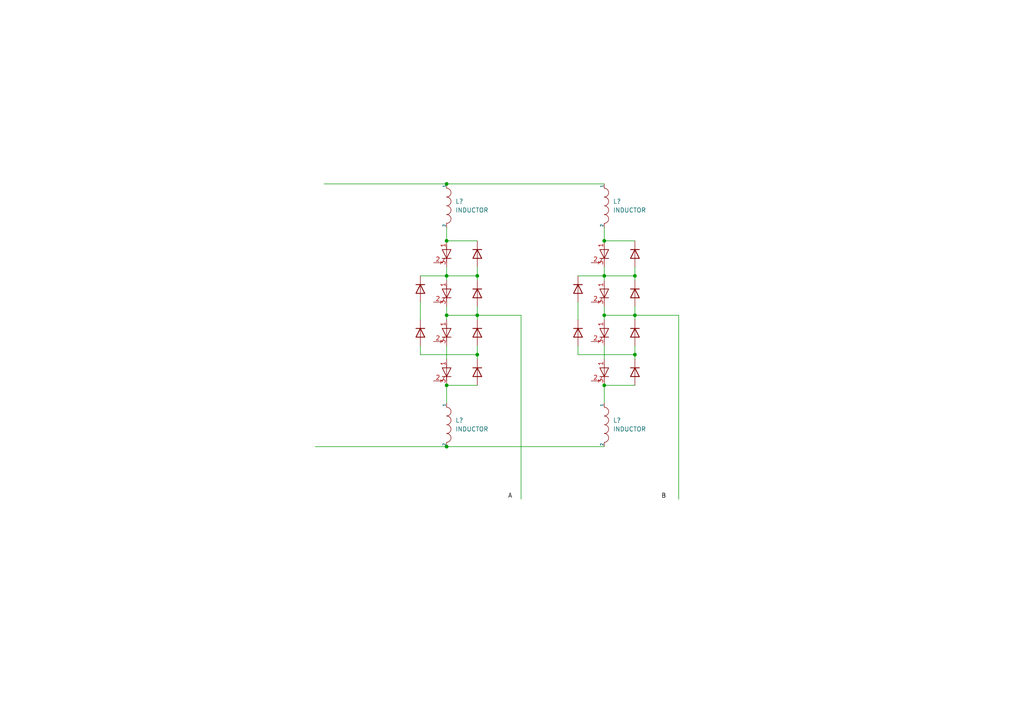
<source format=kicad_sch>
(kicad_sch (version 20211123) (generator eeschema)
  (paper "A4")
  (lib_symbols
    (symbol "Device:Q_SCR_AGK" (pin_names (offset 0) hide)
      (property "Reference" "D" (at 1.905 0.635 0))
      (property "Value" "Q_SCR_AGK" (at 1.905 -1.27 0))
      (symbol "Q_SCR_AGK_0_1"
        (polyline (pts (xy -1.27 -2.54) (xy -0.635 -1.27)))
        (polyline (pts (xy -1.27 -1.27) (xy 1.27 -1.27)) (stroke (width 0.2032)))
        (polyline (pts (xy 0 -2.54) (xy 0 2.54)))
        (polyline (pts (xy -1.27 1.27) (xy 1.27 1.27) (xy 0 -1.27) (xy -1.27 1.27)) (stroke (width 0.2032)))
      )
      (symbol "Q_SCR_AGK_1_1"
        (pin passive line (at 0 3.81 270) (length 2.54) (name "A") (number "1"))
        (pin input line (at -3.81 -2.54 0) (length 2.54) (name "G") (number "2"))
        (pin passive line (at 0 -3.81 90) (length 2.54) (name "K") (number "3"))
      )
    )
    (symbol "Simulation_SPICE:DIODE" (pin_numbers hide) (pin_names (offset 1.016) hide)
      (property "Reference" "D" (at 0 2.54 0))
      (property "Value" "DIODE" (at 0 -2.54 0))
      (symbol "DIODE_0_1"
        (polyline (pts (xy 1.27 0) (xy -1.27 0)))
        (polyline (pts (xy 1.27 1.27) (xy 1.27 -1.27)) (stroke (width 0.254)))
        (polyline (pts (xy -1.27 -1.27) (xy -1.27 1.27) (xy 1.27 0) (xy -1.27 -1.27)) (stroke (width 0.254)))
      )
      (symbol "DIODE_1_1"
        (pin passive line (at -3.81 0 0) (length 2.54) (name "A") (number "1"))
        (pin passive line (at 3.81 0 180) (length 2.54) (name "K") (number "2"))
      )
    )
    (symbol "pspice:INDUCTOR" (pin_numbers hide) (pin_names (offset 0))
      (property "Reference" "L" (at 0 2.54 0))
      (property "Value" "INDUCTOR" (at 0 -1.27 0))
      (symbol "INDUCTOR_0_1"
        (arc (start -2.54 0) (mid -3.81 1.27) (end -5.08 0))
        (arc (start 0 0) (mid -1.27 1.27) (end -2.54 0))
        (arc (start 2.54 0) (mid 1.27 1.27) (end 0 0))
        (arc (start 5.08 0) (mid 3.81 1.27) (end 2.54 0))
      )
      (symbol "INDUCTOR_1_1"
        (pin input line (at -6.35 0 0) (length 1.27) (name "1") (number "1"))
        (pin input line (at 6.35 0 180) (length 1.27) (name "2") (number "2"))
      )
    )
  )
  (junction (at 175.26 111.76))
  (junction (at 129.54 53.34))
  (junction (at 175.26 80.01))
  (junction (at 129.54 91.44))
  (junction (at 138.43 91.44))
  (junction (at 129.54 129.54))
  (junction (at 184.15 80.01))
  (junction (at 184.15 102.87))
  (junction (at 138.43 102.87))
  (junction (at 175.26 91.44))
  (junction (at 129.54 111.76))
  (junction (at 184.15 91.44))
  (junction (at 129.54 80.01))
  (junction (at 138.43 80.01))
  (junction (at 129.54 69.85))
  (junction (at 175.26 69.85))
  (wire (pts (xy 175.26 88.9) (xy 175.26 91.44)))
  (wire (pts (xy 167.64 87.63) (xy 167.64 92.71)))
  (wire (pts (xy 121.92 100.33) (xy 121.92 102.87)))
  (wire (pts (xy 196.85 91.44) (xy 196.85 144.78)))
  (wire (pts (xy 151.13 91.44) (xy 151.13 144.78)))
  (wire (pts (xy 138.43 91.44) (xy 151.13 91.44)))
  (wire (pts (xy 129.54 80.01) (xy 138.43 80.01)))
  (wire (pts (xy 175.26 66.04) (xy 175.26 69.85)))
  (wire (pts (xy 167.64 80.01) (xy 175.26 80.01)))
  (wire (pts (xy 184.15 102.87) (xy 184.15 104.14)))
  (wire (pts (xy 184.15 91.44) (xy 196.85 91.44)))
  (wire (pts (xy 184.15 100.33) (xy 184.15 102.87)))
  (wire (pts (xy 129.54 100.33) (xy 129.54 104.14)))
  (wire (pts (xy 129.54 129.54) (xy 175.26 129.54)))
  (wire (pts (xy 129.54 88.9) (xy 129.54 91.44)))
  (wire (pts (xy 175.26 80.01) (xy 184.15 80.01)))
  (wire (pts (xy 138.43 77.47) (xy 138.43 80.01)))
  (wire (pts (xy 138.43 91.44) (xy 138.43 92.71)))
  (wire (pts (xy 121.92 102.87) (xy 138.43 102.87)))
  (wire (pts (xy 184.15 91.44) (xy 184.15 92.71)))
  (wire (pts (xy 129.54 111.76) (xy 129.54 116.84)))
  (wire (pts (xy 175.26 69.85) (xy 184.15 69.85)))
  (wire (pts (xy 129.54 77.47) (xy 129.54 80.01)))
  (wire (pts (xy 138.43 102.87) (xy 138.43 104.14)))
  (wire (pts (xy 129.54 69.85) (xy 138.43 69.85)))
  (wire (pts (xy 184.15 77.47) (xy 184.15 80.01)))
  (wire (pts (xy 91.44 129.54) (xy 129.54 129.54)))
  (wire (pts (xy 129.54 91.44) (xy 129.54 92.71)))
  (wire (pts (xy 175.26 80.01) (xy 175.26 81.28)))
  (wire (pts (xy 93.98 53.34) (xy 129.54 53.34)))
  (wire (pts (xy 129.54 66.04) (xy 129.54 69.85)))
  (wire (pts (xy 121.92 87.63) (xy 121.92 92.71)))
  (wire (pts (xy 129.54 111.76) (xy 138.43 111.76)))
  (wire (pts (xy 175.26 111.76) (xy 184.15 111.76)))
  (wire (pts (xy 138.43 100.33) (xy 138.43 102.87)))
  (wire (pts (xy 138.43 80.01) (xy 138.43 81.28)))
  (wire (pts (xy 175.26 77.47) (xy 175.26 80.01)))
  (wire (pts (xy 184.15 88.9) (xy 184.15 91.44)))
  (wire (pts (xy 129.54 91.44) (xy 138.43 91.44)))
  (wire (pts (xy 184.15 80.01) (xy 184.15 81.28)))
  (wire (pts (xy 138.43 88.9) (xy 138.43 91.44)))
  (wire (pts (xy 175.26 91.44) (xy 175.26 92.71)))
  (wire (pts (xy 121.92 80.01) (xy 129.54 80.01)))
  (wire (pts (xy 175.26 91.44) (xy 184.15 91.44)))
  (wire (pts (xy 175.26 111.76) (xy 175.26 116.84)))
  (wire (pts (xy 129.54 80.01) (xy 129.54 81.28)))
  (wire (pts (xy 167.64 100.33) (xy 167.64 102.87)))
  (wire (pts (xy 175.26 100.33) (xy 175.26 104.14)))
  (wire (pts (xy 129.54 53.34) (xy 175.26 53.34)))
  (wire (pts (xy 167.64 102.87) (xy 184.15 102.87)))
  (label "B" (at 191.77 144.78 0))
  (label "A" (at 147.32 144.78 0))
  (symbol (lib_id "pspice:INDUCTOR") (at 175.26 123.19 270) (unit 1)
    (property "Reference" "L?" (at 177.8 121.9199 90) (effects (justify left)))
    (property "Value" "INDUCTOR" (at 177.8 124.4599 90) (effects (justify left)))
  )
  (symbol (lib_id "Device:Q_SCR_AGK") (at 129.54 107.95 0) (unit 1)
    (property "Reference" "D?" (effects hide))
    (property "Value" "Q_SCR_AGK" (effects hide))
  )
  (symbol (lib_id "Simulation_SPICE:DIODE") (at 184.15 96.52 90) (unit 1)
    (property "Reference" "D?" (effects hide))
    (property "Value" "DIODE" (effects hide))
    (property "Spice_Netlist_Enabled" "Y" (effects hide))
    (property "Spice_Primitive" "D" (effects hide))
  )
  (symbol (lib_id "Simulation_SPICE:DIODE") (at 167.64 96.52 90) (unit 1)
    (property "Reference" "D?" (effects hide))
    (property "Value" "DIODE" (effects hide))
    (property "Spice_Netlist_Enabled" "Y" (effects hide))
    (property "Spice_Primitive" "D" (effects hide))
  )
  (symbol (lib_id "Simulation_SPICE:DIODE") (at 138.43 73.66 90) (unit 1)
    (property "Reference" "D?" (effects hide))
    (property "Value" "DIODE" (effects hide))
    (property "Spice_Netlist_Enabled" "Y" (effects hide))
    (property "Spice_Primitive" "D" (effects hide))
  )
  (symbol (lib_id "Simulation_SPICE:DIODE") (at 138.43 96.52 90) (unit 1)
    (property "Reference" "D?" (effects hide))
    (property "Value" "DIODE" (effects hide))
    (property "Spice_Netlist_Enabled" "Y" (effects hide))
    (property "Spice_Primitive" "D" (effects hide))
  )
  (symbol (lib_id "pspice:INDUCTOR") (at 129.54 59.69 270) (unit 1)
    (property "Reference" "L?" (at 132.08 58.4199 90) (effects (justify left)))
    (property "Value" "INDUCTOR" (at 132.08 60.9599 90) (effects (justify left)))
  )
  (symbol (lib_id "Simulation_SPICE:DIODE") (at 184.15 107.95 90) (unit 1)
    (property "Reference" "D?" (effects hide))
    (property "Value" "DIODE" (effects hide))
    (property "Spice_Netlist_Enabled" "Y" (effects hide))
    (property "Spice_Primitive" "D" (effects hide))
  )
  (symbol (lib_id "Simulation_SPICE:DIODE") (at 138.43 107.95 90) (unit 1)
    (property "Reference" "D?" (effects hide))
    (property "Value" "DIODE" (effects hide))
    (property "Spice_Netlist_Enabled" "Y" (effects hide))
    (property "Spice_Primitive" "D" (effects hide))
  )
  (symbol (lib_id "Simulation_SPICE:DIODE") (at 121.92 96.52 90) (unit 1)
    (property "Reference" "D?" (effects hide))
    (property "Value" "DIODE" (effects hide))
    (property "Spice_Netlist_Enabled" "Y" (effects hide))
    (property "Spice_Primitive" "D" (effects hide))
  )
  (symbol (lib_id "Simulation_SPICE:DIODE") (at 138.43 85.09 90) (unit 1)
    (property "Reference" "D?" (effects hide))
    (property "Value" "DIODE" (effects hide))
    (property "Spice_Netlist_Enabled" "Y" (effects hide))
    (property "Spice_Primitive" "D" (effects hide))
  )
  (symbol (lib_id "Device:Q_SCR_AGK") (at 175.26 85.09 0) (unit 1)
    (property "Reference" "D?" (effects hide))
    (property "Value" "Q_SCR_AGK" (effects hide))
  )
  (symbol (lib_id "Device:Q_SCR_AGK") (at 175.26 107.95 0) (unit 1)
    (property "Reference" "D?" (effects hide))
    (property "Value" "Q_SCR_AGK" (effects hide))
  )
  (symbol (lib_id "Device:Q_SCR_AGK") (at 129.54 73.66 0) (unit 1)
    (property "Reference" "D?" (effects hide))
    (property "Value" "Q_SCR_AGK" (effects hide))
  )
  (symbol (lib_id "pspice:INDUCTOR") (at 175.26 59.69 270) (unit 1)
    (property "Reference" "L?" (at 177.8 58.4199 90) (effects (justify left)))
    (property "Value" "INDUCTOR" (at 177.8 60.9599 90) (effects (justify left)))
  )
  (symbol (lib_id "Device:Q_SCR_AGK") (at 129.54 96.52 0) (unit 1)
    (property "Reference" "D?" (effects hide))
    (property "Value" "Q_SCR_AGK" (effects hide))
  )
  (symbol (lib_id "Device:Q_SCR_AGK") (at 175.26 96.52 0) (unit 1)
    (property "Reference" "D?" (effects hide))
    (property "Value" "Q_SCR_AGK" (effects hide))
  )
  (symbol (lib_id "pspice:INDUCTOR") (at 129.54 123.19 270) (unit 1)
    (property "Reference" "L?" (at 132.08 121.9199 90) (effects (justify left)))
    (property "Value" "INDUCTOR" (at 132.08 124.4599 90) (effects (justify left)))
  )
  (symbol (lib_id "Device:Q_SCR_AGK") (at 129.54 85.09 0) (unit 1)
    (property "Reference" "D?" (effects hide))
    (property "Value" "Q_SCR_AGK" (effects hide))
  )
  (symbol (lib_id "Device:Q_SCR_AGK") (at 175.26 73.66 0) (unit 1)
    (property "Reference" "D?" (effects hide))
    (property "Value" "Q_SCR_AGK" (effects hide))
  )
  (symbol (lib_id "Simulation_SPICE:DIODE") (at 121.92 83.82 90) (unit 1)
    (property "Reference" "D?" (effects hide))
    (property "Value" "DIODE" (effects hide))
    (property "Spice_Netlist_Enabled" "Y" (effects hide))
    (property "Spice_Primitive" "D" (effects hide))
  )
  (symbol (lib_id "Simulation_SPICE:DIODE") (at 184.15 85.09 90) (unit 1)
    (property "Reference" "D?" (effects hide))
    (property "Value" "DIODE" (effects hide))
    (property "Spice_Netlist_Enabled" "Y" (effects hide))
    (property "Spice_Primitive" "D" (effects hide))
  )
  (symbol (lib_id "Simulation_SPICE:DIODE") (at 184.15 73.66 90) (unit 1)
    (property "Reference" "D?" (effects hide))
    (property "Value" "DIODE" (effects hide))
    (property "Spice_Netlist_Enabled" "Y" (effects hide))
    (property "Spice_Primitive" "D" (effects hide))
  )
  (symbol (lib_id "Simulation_SPICE:DIODE") (at 167.64 83.82 90) (unit 1)
    (property "Reference" "D?" (effects hide))
    (property "Value" "DIODE" (effects hide))
    (property "Spice_Netlist_Enabled" "Y" (effects hide))
    (property "Spice_Primitive" "D" (effects hide))
  )
)
</source>
